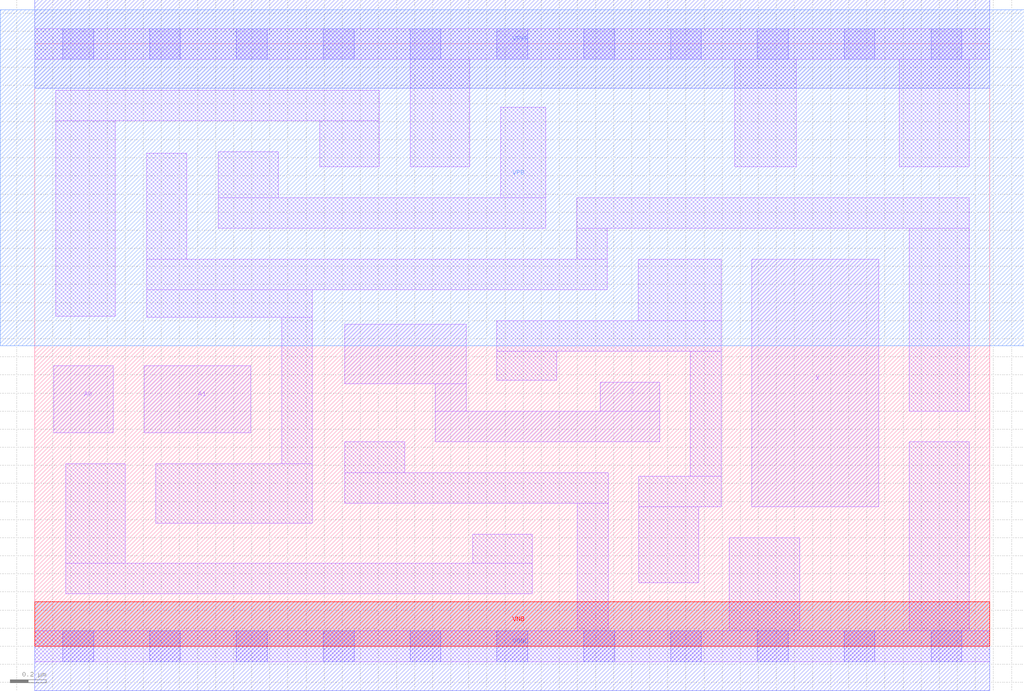
<source format=lef>
# Copyright 2020 The SkyWater PDK Authors
#
# Licensed under the Apache License, Version 2.0 (the "License");
# you may not use this file except in compliance with the License.
# You may obtain a copy of the License at
#
#     https://www.apache.org/licenses/LICENSE-2.0
#
# Unless required by applicable law or agreed to in writing, software
# distributed under the License is distributed on an "AS IS" BASIS,
# WITHOUT WARRANTIES OR CONDITIONS OF ANY KIND, either express or implied.
# See the License for the specific language governing permissions and
# limitations under the License.
#
# SPDX-License-Identifier: Apache-2.0

VERSION 5.7 ;
  NOWIREEXTENSIONATPIN ON ;
  DIVIDERCHAR "/" ;
  BUSBITCHARS "[]" ;
MACRO sky130_fd_sc_ls__mux2_2
  CLASS CORE ;
  FOREIGN sky130_fd_sc_ls__mux2_2 ;
  ORIGIN  0.000000  0.000000 ;
  SIZE  5.280000 BY  3.330000 ;
  SYMMETRY X Y ;
  SITE unit ;
  PIN A0
    ANTENNAGATEAREA  0.261000 ;
    DIRECTION INPUT ;
    USE SIGNAL ;
    PORT
      LAYER li1 ;
        RECT 0.105000 1.180000 0.435000 1.550000 ;
    END
  END A0
  PIN A1
    ANTENNAGATEAREA  0.261000 ;
    DIRECTION INPUT ;
    USE SIGNAL ;
    PORT
      LAYER li1 ;
        RECT 0.605000 1.180000 1.195000 1.550000 ;
    END
  END A1
  PIN S
    ANTENNAGATEAREA  0.469500 ;
    DIRECTION INPUT ;
    USE SIGNAL ;
    PORT
      LAYER li1 ;
        RECT 1.715000 1.450000 2.385000 1.780000 ;
        RECT 2.215000 1.130000 3.455000 1.300000 ;
        RECT 2.215000 1.300000 2.385000 1.450000 ;
        RECT 3.125000 1.300000 3.455000 1.460000 ;
    END
  END S
  PIN VNB
    PORT
      LAYER pwell ;
        RECT 0.000000 0.000000 5.280000 0.245000 ;
    END
  END VNB
  PIN VPB
    PORT
      LAYER nwell ;
        RECT -0.190000 1.660000 5.470000 3.520000 ;
    END
  END VPB
  PIN X
    ANTENNADIFFAREA  0.543200 ;
    DIRECTION OUTPUT ;
    USE SIGNAL ;
    PORT
      LAYER li1 ;
        RECT 3.965000 0.770000 4.665000 2.140000 ;
    END
  END X
  PIN VGND
    DIRECTION INOUT ;
    SHAPE ABUTMENT ;
    USE GROUND ;
    PORT
      LAYER met1 ;
        RECT 0.000000 -0.245000 5.280000 0.245000 ;
    END
  END VGND
  PIN VPWR
    DIRECTION INOUT ;
    SHAPE ABUTMENT ;
    USE POWER ;
    PORT
      LAYER met1 ;
        RECT 0.000000 3.085000 5.280000 3.575000 ;
    END
  END VPWR
  OBS
    LAYER li1 ;
      RECT 0.000000 -0.085000 5.280000 0.085000 ;
      RECT 0.000000  3.245000 5.280000 3.415000 ;
      RECT 0.115000  1.825000 0.445000 2.905000 ;
      RECT 0.115000  2.905000 1.905000 3.075000 ;
      RECT 0.170000  0.290000 2.750000 0.460000 ;
      RECT 0.170000  0.460000 0.500000 1.010000 ;
      RECT 0.620000  1.820000 1.535000 1.970000 ;
      RECT 0.620000  1.970000 3.165000 2.140000 ;
      RECT 0.620000  2.140000 0.840000 2.725000 ;
      RECT 0.670000  0.680000 1.535000 1.010000 ;
      RECT 1.015000  2.310000 2.825000 2.480000 ;
      RECT 1.015000  2.480000 1.345000 2.735000 ;
      RECT 1.365000  1.010000 1.535000 1.820000 ;
      RECT 1.575000  2.650000 1.905000 2.905000 ;
      RECT 1.715000  0.790000 3.170000 0.960000 ;
      RECT 1.715000  0.960000 2.045000 1.130000 ;
      RECT 2.075000  2.650000 2.405000 3.245000 ;
      RECT 2.420000  0.460000 2.750000 0.620000 ;
      RECT 2.555000  1.470000 2.885000 1.630000 ;
      RECT 2.555000  1.630000 3.795000 1.800000 ;
      RECT 2.575000  2.480000 2.825000 2.980000 ;
      RECT 2.995000  2.140000 3.165000 2.310000 ;
      RECT 2.995000  2.310000 5.165000 2.480000 ;
      RECT 3.000000  0.085000 3.170000 0.790000 ;
      RECT 3.335000  1.800000 3.795000 2.140000 ;
      RECT 3.340000  0.350000 3.670000 0.770000 ;
      RECT 3.340000  0.770000 3.795000 0.940000 ;
      RECT 3.625000  0.940000 3.795000 1.630000 ;
      RECT 3.840000  0.085000 4.230000 0.600000 ;
      RECT 3.870000  2.650000 4.210000 3.245000 ;
      RECT 4.780000  2.650000 5.165000 3.245000 ;
      RECT 4.835000  0.085000 5.165000 1.130000 ;
      RECT 4.835000  1.300000 5.165000 2.310000 ;
    LAYER mcon ;
      RECT 0.155000 -0.085000 0.325000 0.085000 ;
      RECT 0.155000  3.245000 0.325000 3.415000 ;
      RECT 0.635000 -0.085000 0.805000 0.085000 ;
      RECT 0.635000  3.245000 0.805000 3.415000 ;
      RECT 1.115000 -0.085000 1.285000 0.085000 ;
      RECT 1.115000  3.245000 1.285000 3.415000 ;
      RECT 1.595000 -0.085000 1.765000 0.085000 ;
      RECT 1.595000  3.245000 1.765000 3.415000 ;
      RECT 2.075000 -0.085000 2.245000 0.085000 ;
      RECT 2.075000  3.245000 2.245000 3.415000 ;
      RECT 2.555000 -0.085000 2.725000 0.085000 ;
      RECT 2.555000  3.245000 2.725000 3.415000 ;
      RECT 3.035000 -0.085000 3.205000 0.085000 ;
      RECT 3.035000  3.245000 3.205000 3.415000 ;
      RECT 3.515000 -0.085000 3.685000 0.085000 ;
      RECT 3.515000  3.245000 3.685000 3.415000 ;
      RECT 3.995000 -0.085000 4.165000 0.085000 ;
      RECT 3.995000  3.245000 4.165000 3.415000 ;
      RECT 4.475000 -0.085000 4.645000 0.085000 ;
      RECT 4.475000  3.245000 4.645000 3.415000 ;
      RECT 4.955000 -0.085000 5.125000 0.085000 ;
      RECT 4.955000  3.245000 5.125000 3.415000 ;
  END
END sky130_fd_sc_ls__mux2_2
END LIBRARY

</source>
